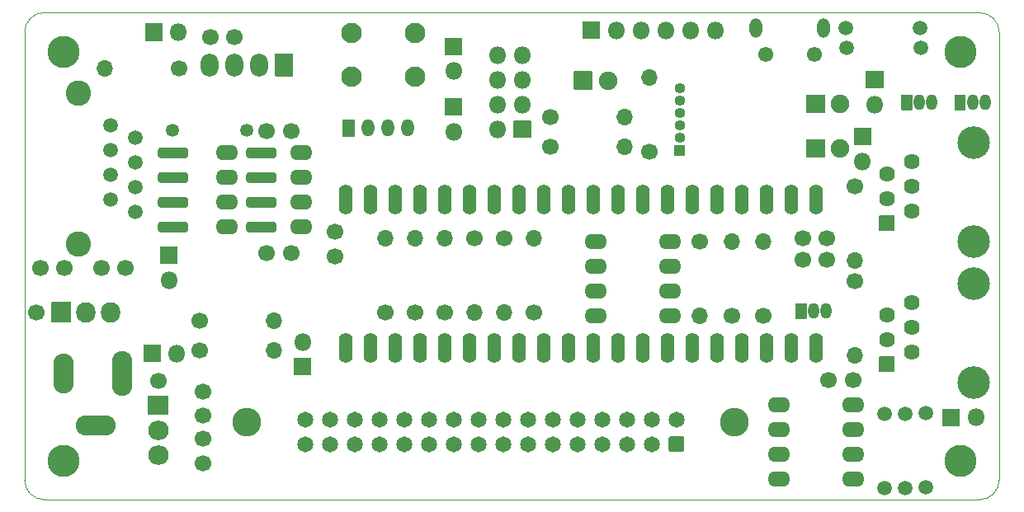
<source format=gts>
G04 #@! TF.GenerationSoftware,KiCad,Pcbnew,5.1.9-73d0e3b20d~88~ubuntu20.04.1*
G04 #@! TF.CreationDate,2021-01-08T19:35:26+01:00*
G04 #@! TF.ProjectId,c6021light,63363032-316c-4696-9768-742e6b696361,rev?*
G04 #@! TF.SameCoordinates,Original*
G04 #@! TF.FileFunction,Soldermask,Top*
G04 #@! TF.FilePolarity,Negative*
%FSLAX46Y46*%
G04 Gerber Fmt 4.6, Leading zero omitted, Abs format (unit mm)*
G04 Created by KiCad (PCBNEW 5.1.9-73d0e3b20d~88~ubuntu20.04.1) date 2021-01-08 19:35:26*
%MOMM*%
%LPD*%
G01*
G04 APERTURE LIST*
G04 #@! TA.AperFunction,Profile*
%ADD10C,0.050000*%
G04 #@! TD*
%ADD11C,2.950000*%
%ADD12C,1.650000*%
%ADD13O,1.800000X1.800000*%
%ADD14C,1.500000*%
%ADD15C,1.700000*%
%ADD16O,1.150000X1.600000*%
%ADD17O,1.300000X2.000000*%
%ADD18C,1.550000*%
%ADD19O,1.100000X1.100000*%
%ADD20O,1.700000X1.700000*%
%ADD21O,2.299640X1.601140*%
%ADD22C,2.599360*%
%ADD23C,1.499540*%
%ADD24O,1.400000X3.100000*%
%ADD25C,2.098980*%
%ADD26C,3.350000*%
%ADD27C,1.620000*%
%ADD28C,1.350000*%
%ADD29C,1.900000*%
%ADD30O,2.100000X2.005000*%
%ADD31O,2.005000X2.100000*%
%ADD32O,1.850000X2.350000*%
%ADD33O,1.298880X1.799260*%
%ADD34O,2.098980X4.600880*%
%ADD35O,2.098980X4.100500*%
%ADD36O,4.100500X2.098980*%
%ADD37C,3.300000*%
G04 APERTURE END LIST*
D10*
X102000000Y-100000000D02*
G75*
G02*
X100000000Y-98000000I0J2000000D01*
G01*
X100000000Y-52000000D02*
G75*
G02*
X102000000Y-50000000I2000000J0D01*
G01*
X200000000Y-98000000D02*
G75*
G02*
X198000000Y-100000000I-2000000J0D01*
G01*
X198000000Y-50000000D02*
G75*
G02*
X200000000Y-52000000I0J-2000000D01*
G01*
X100000000Y-52000000D02*
X100000000Y-98000000D01*
X198000000Y-50000000D02*
X102000000Y-50000000D01*
X200000000Y-98000000D02*
X200000000Y-52000000D01*
X102000000Y-100000000D02*
X198000000Y-100000000D01*
D11*
X122828000Y-92060000D03*
X172828000Y-92060000D03*
D12*
X128778000Y-91760000D03*
X131318000Y-91760000D03*
X133858000Y-91760000D03*
X136398000Y-91760000D03*
X138938000Y-91760000D03*
X141478000Y-91760000D03*
X144018000Y-91760000D03*
X146558000Y-91760000D03*
X149098000Y-91760000D03*
X151638000Y-91760000D03*
X154178000Y-91760000D03*
X156718000Y-91760000D03*
X159258000Y-91760000D03*
X161798000Y-91760000D03*
X164338000Y-91760000D03*
X166878000Y-91760000D03*
X128778000Y-94300000D03*
X131318000Y-94300000D03*
X133858000Y-94300000D03*
X136398000Y-94300000D03*
X138938000Y-94300000D03*
X141478000Y-94300000D03*
X144018000Y-94300000D03*
X146558000Y-94300000D03*
X149098000Y-94300000D03*
X151638000Y-94300000D03*
X154178000Y-94300000D03*
X156718000Y-94300000D03*
X159258000Y-94300000D03*
X161798000Y-94300000D03*
X164338000Y-94300000D03*
G36*
G01*
X167436874Y-95125000D02*
X166319126Y-95125000D01*
G75*
G02*
X166053000Y-94858874I0J266126D01*
G01*
X166053000Y-93741126D01*
G75*
G02*
X166319126Y-93475000I266126J0D01*
G01*
X167436874Y-93475000D01*
G75*
G02*
X167703000Y-93741126I0J-266126D01*
G01*
X167703000Y-94858874D01*
G75*
G02*
X167436874Y-95125000I-266126J0D01*
G01*
G37*
D13*
X187223400Y-59410600D03*
G36*
G01*
X186323400Y-57720600D02*
X186323400Y-56020600D01*
G75*
G02*
X186373400Y-55970600I50000J0D01*
G01*
X188073400Y-55970600D01*
G75*
G02*
X188123400Y-56020600I0J-50000D01*
G01*
X188123400Y-57720600D01*
G75*
G02*
X188073400Y-57770600I-50000J0D01*
G01*
X186373400Y-57770600D01*
G75*
G02*
X186323400Y-57720600I0J50000D01*
G01*
G37*
X185978800Y-65278000D03*
G36*
G01*
X185078800Y-63588000D02*
X185078800Y-61888000D01*
G75*
G02*
X185128800Y-61838000I50000J0D01*
G01*
X186828800Y-61838000D01*
G75*
G02*
X186878800Y-61888000I0J-50000D01*
G01*
X186878800Y-63588000D01*
G75*
G02*
X186828800Y-63638000I-50000J0D01*
G01*
X185128800Y-63638000D01*
G75*
G02*
X185078800Y-63588000I0J50000D01*
G01*
G37*
X197612000Y-91567000D03*
G36*
G01*
X195922000Y-92467000D02*
X194222000Y-92467000D01*
G75*
G02*
X194172000Y-92417000I0J50000D01*
G01*
X194172000Y-90717000D01*
G75*
G02*
X194222000Y-90667000I50000J0D01*
G01*
X195922000Y-90667000D01*
G75*
G02*
X195972000Y-90717000I0J-50000D01*
G01*
X195972000Y-92417000D01*
G75*
G02*
X195922000Y-92467000I-50000J0D01*
G01*
G37*
X114808000Y-77470000D03*
G36*
G01*
X113908000Y-75780000D02*
X113908000Y-74080000D01*
G75*
G02*
X113958000Y-74030000I50000J0D01*
G01*
X115658000Y-74030000D01*
G75*
G02*
X115708000Y-74080000I0J-50000D01*
G01*
X115708000Y-75780000D01*
G75*
G02*
X115658000Y-75830000I-50000J0D01*
G01*
X113958000Y-75830000D01*
G75*
G02*
X113908000Y-75780000I0J50000D01*
G01*
G37*
D14*
X190347600Y-98780600D03*
X190347600Y-91160600D03*
X188239400Y-98780600D03*
X188239400Y-91160600D03*
X192481200Y-98755200D03*
X192481200Y-91135200D03*
D15*
X121524400Y-52476400D03*
X119024400Y-52476400D03*
X127341000Y-62166500D03*
X124841000Y-62166500D03*
X131826000Y-75017000D03*
X131826000Y-72517000D03*
X127341000Y-74676000D03*
X124841000Y-74676000D03*
X118287800Y-93766000D03*
X118287800Y-96266000D03*
X118313200Y-91374600D03*
X118313200Y-88874600D03*
D13*
X115620800Y-84988400D03*
G36*
G01*
X113930800Y-85888400D02*
X112230800Y-85888400D01*
G75*
G02*
X112180800Y-85838400I0J50000D01*
G01*
X112180800Y-84138400D01*
G75*
G02*
X112230800Y-84088400I50000J0D01*
G01*
X113930800Y-84088400D01*
G75*
G02*
X113980800Y-84138400I0J-50000D01*
G01*
X113980800Y-85838400D01*
G75*
G02*
X113930800Y-85888400I-50000J0D01*
G01*
G37*
D14*
X184289700Y-51574700D03*
X191909700Y-51574700D03*
X184302400Y-53644800D03*
X191922400Y-53644800D03*
G36*
G01*
X189950400Y-59957400D02*
X189950400Y-58457400D01*
G75*
G02*
X190000400Y-58407400I50000J0D01*
G01*
X191050400Y-58407400D01*
G75*
G02*
X191100400Y-58457400I0J-50000D01*
G01*
X191100400Y-59957400D01*
G75*
G02*
X191050400Y-60007400I-50000J0D01*
G01*
X190000400Y-60007400D01*
G75*
G02*
X189950400Y-59957400I0J50000D01*
G01*
G37*
D16*
X193065400Y-59207400D03*
X191795400Y-59207400D03*
G36*
G01*
X195424100Y-59957400D02*
X195424100Y-58457400D01*
G75*
G02*
X195474100Y-58407400I50000J0D01*
G01*
X196524100Y-58407400D01*
G75*
G02*
X196574100Y-58457400I0J-50000D01*
G01*
X196574100Y-59957400D01*
G75*
G02*
X196524100Y-60007400I-50000J0D01*
G01*
X195474100Y-60007400D01*
G75*
G02*
X195424100Y-59957400I0J50000D01*
G01*
G37*
X198539100Y-59207400D03*
X197269100Y-59207400D03*
D17*
X182011200Y-51594500D03*
X175011200Y-51594500D03*
D18*
X181011200Y-54294500D03*
X176011200Y-54294500D03*
D19*
X167208200Y-57785000D03*
X167208200Y-59055000D03*
X167208200Y-60325000D03*
X167208200Y-61595000D03*
X167208200Y-62865000D03*
G36*
G01*
X167758200Y-63635000D02*
X167758200Y-64635000D01*
G75*
G02*
X167708200Y-64685000I-50000J0D01*
G01*
X166708200Y-64685000D01*
G75*
G02*
X166658200Y-64635000I0J50000D01*
G01*
X166658200Y-63635000D01*
G75*
G02*
X166708200Y-63585000I50000J0D01*
G01*
X167708200Y-63585000D01*
G75*
G02*
X167758200Y-63635000I0J-50000D01*
G01*
G37*
D20*
X125603000Y-81661000D03*
D15*
X117983000Y-81661000D03*
D20*
X125603000Y-84709000D03*
D15*
X117983000Y-84709000D03*
D20*
X164134800Y-56616600D03*
D15*
X164134800Y-64236600D03*
D20*
X161544000Y-60756800D03*
D15*
X153924000Y-60756800D03*
D20*
X161544000Y-63779400D03*
D15*
X153924000Y-63779400D03*
D20*
X185191400Y-85191600D03*
D15*
X185191400Y-77571600D03*
D20*
X143129000Y-73152000D03*
D15*
X143129000Y-80772000D03*
D20*
X137033000Y-73152000D03*
D15*
X137033000Y-80772000D03*
D20*
X140081000Y-73152000D03*
D15*
X140081000Y-80772000D03*
D20*
X172593000Y-73533000D03*
D15*
X172593000Y-81153000D03*
D20*
X149225000Y-80772000D03*
D15*
X149225000Y-73152000D03*
D20*
X169291000Y-81153000D03*
D15*
X169291000Y-73533000D03*
D20*
X146177000Y-80772000D03*
D15*
X146177000Y-73152000D03*
D20*
X152273000Y-73152000D03*
D15*
X152273000Y-80772000D03*
D20*
X175768000Y-73533000D03*
D15*
X175768000Y-81153000D03*
D20*
X108204000Y-55753000D03*
D15*
X115824000Y-55753000D03*
D20*
X185191400Y-75438000D03*
D15*
X185191400Y-67818000D03*
D21*
X185039000Y-90297000D03*
X185039000Y-92837000D03*
X185039000Y-95377000D03*
X185039000Y-97917000D03*
X177419000Y-97917000D03*
X177419000Y-95377000D03*
X177419000Y-92837000D03*
X177419000Y-90297000D03*
D15*
X182513600Y-87757000D03*
X185013600Y-87757000D03*
X182332000Y-75387200D03*
X179832000Y-75387200D03*
X179821200Y-73202800D03*
X182321200Y-73202800D03*
D22*
X105537000Y-73787000D03*
X105537000Y-58293000D03*
D23*
X111379000Y-70485000D03*
X108839000Y-69215000D03*
X111379000Y-67945000D03*
X108839000Y-66675000D03*
X111379000Y-65405000D03*
X111379000Y-62865000D03*
X108839000Y-61595000D03*
X108839000Y-64135000D03*
D15*
X107863000Y-76200000D03*
X110363000Y-76200000D03*
X101600000Y-76200000D03*
X104100000Y-76200000D03*
D24*
X132969000Y-69207380D03*
X132969000Y-84455000D03*
X135509000Y-69207380D03*
X135509000Y-84455000D03*
X138049000Y-69215000D03*
X138049000Y-84447380D03*
X140589000Y-69215000D03*
X140589000Y-84455000D03*
X143129000Y-69215000D03*
X143129000Y-84455000D03*
X145669000Y-69215000D03*
X145669000Y-84455000D03*
X148209000Y-69215000D03*
X148209000Y-84455000D03*
X150749000Y-69215000D03*
X150749000Y-84455000D03*
X153289000Y-69207380D03*
X153289000Y-84455000D03*
X155829000Y-69215000D03*
X155829000Y-84455000D03*
X158369000Y-69215000D03*
X158369000Y-84455000D03*
X160909000Y-69215000D03*
X160909000Y-84455000D03*
X163449000Y-69215000D03*
X163449000Y-84447380D03*
X165989000Y-69215000D03*
X165989000Y-84455000D03*
X168529000Y-69215000D03*
X168529000Y-84455000D03*
X171069000Y-69215000D03*
X171069000Y-84455000D03*
X173609000Y-69215000D03*
X173609000Y-84455000D03*
X176149000Y-69207380D03*
X176149000Y-84455000D03*
X178689000Y-69215000D03*
X178689000Y-84455000D03*
X181229000Y-69215000D03*
X181229000Y-84455000D03*
D13*
X128524000Y-83820000D03*
G36*
G01*
X129424000Y-85510000D02*
X129424000Y-87210000D01*
G75*
G02*
X129374000Y-87260000I-50000J0D01*
G01*
X127674000Y-87260000D01*
G75*
G02*
X127624000Y-87210000I0J50000D01*
G01*
X127624000Y-85510000D01*
G75*
G02*
X127674000Y-85460000I50000J0D01*
G01*
X129374000Y-85460000D01*
G75*
G02*
X129424000Y-85510000I0J-50000D01*
G01*
G37*
D25*
X140030200Y-56606440D03*
X133527800Y-52105560D03*
X140030200Y-52105560D03*
X133527800Y-56606440D03*
D13*
X148526500Y-54356000D03*
X151066500Y-54356000D03*
X148526500Y-56896000D03*
X151066500Y-56896000D03*
X148526500Y-59436000D03*
X151066500Y-59436000D03*
X148526500Y-61976000D03*
G36*
G01*
X151966500Y-61126000D02*
X151966500Y-62826000D01*
G75*
G02*
X151916500Y-62876000I-50000J0D01*
G01*
X150216500Y-62876000D01*
G75*
G02*
X150166500Y-62826000I0J50000D01*
G01*
X150166500Y-61126000D01*
G75*
G02*
X150216500Y-61076000I50000J0D01*
G01*
X151916500Y-61076000D01*
G75*
G02*
X151966500Y-61126000I0J-50000D01*
G01*
G37*
D15*
X113690400Y-87782400D03*
X101219000Y-80772000D03*
D13*
X170865800Y-51790600D03*
X168325800Y-51790600D03*
X165785800Y-51790600D03*
X163245800Y-51790600D03*
X160705800Y-51790600D03*
G36*
G01*
X159015800Y-52690600D02*
X157315800Y-52690600D01*
G75*
G02*
X157265800Y-52640600I0J50000D01*
G01*
X157265800Y-50940600D01*
G75*
G02*
X157315800Y-50890600I50000J0D01*
G01*
X159015800Y-50890600D01*
G75*
G02*
X159065800Y-50940600I0J-50000D01*
G01*
X159065800Y-52640600D01*
G75*
G02*
X159015800Y-52690600I-50000J0D01*
G01*
G37*
G36*
G01*
X116786000Y-71734000D02*
X116786000Y-72284000D01*
G75*
G02*
X116511000Y-72559000I-275000J0D01*
G01*
X113961000Y-72559000D01*
G75*
G02*
X113686000Y-72284000I0J275000D01*
G01*
X113686000Y-71734000D01*
G75*
G02*
X113961000Y-71459000I275000J0D01*
G01*
X116511000Y-71459000D01*
G75*
G02*
X116786000Y-71734000I0J-275000D01*
G01*
G37*
G36*
G01*
X116786000Y-69194000D02*
X116786000Y-69744000D01*
G75*
G02*
X116511000Y-70019000I-275000J0D01*
G01*
X113961000Y-70019000D01*
G75*
G02*
X113686000Y-69744000I0J275000D01*
G01*
X113686000Y-69194000D01*
G75*
G02*
X113961000Y-68919000I275000J0D01*
G01*
X116511000Y-68919000D01*
G75*
G02*
X116786000Y-69194000I0J-275000D01*
G01*
G37*
G36*
G01*
X116786000Y-66654000D02*
X116786000Y-67204000D01*
G75*
G02*
X116511000Y-67479000I-275000J0D01*
G01*
X113961000Y-67479000D01*
G75*
G02*
X113686000Y-67204000I0J275000D01*
G01*
X113686000Y-66654000D01*
G75*
G02*
X113961000Y-66379000I275000J0D01*
G01*
X116511000Y-66379000D01*
G75*
G02*
X116786000Y-66654000I0J-275000D01*
G01*
G37*
G36*
G01*
X116786000Y-64114000D02*
X116786000Y-64664000D01*
G75*
G02*
X116511000Y-64939000I-275000J0D01*
G01*
X113961000Y-64939000D01*
G75*
G02*
X113686000Y-64664000I0J275000D01*
G01*
X113686000Y-64114000D01*
G75*
G02*
X113961000Y-63839000I275000J0D01*
G01*
X116511000Y-63839000D01*
G75*
G02*
X116786000Y-64114000I0J-275000D01*
G01*
G37*
G36*
G01*
X125836000Y-64114000D02*
X125836000Y-64664000D01*
G75*
G02*
X125561000Y-64939000I-275000J0D01*
G01*
X123011000Y-64939000D01*
G75*
G02*
X122736000Y-64664000I0J275000D01*
G01*
X122736000Y-64114000D01*
G75*
G02*
X123011000Y-63839000I275000J0D01*
G01*
X125561000Y-63839000D01*
G75*
G02*
X125836000Y-64114000I0J-275000D01*
G01*
G37*
G36*
G01*
X125836000Y-66654000D02*
X125836000Y-67204000D01*
G75*
G02*
X125561000Y-67479000I-275000J0D01*
G01*
X123011000Y-67479000D01*
G75*
G02*
X122736000Y-67204000I0J275000D01*
G01*
X122736000Y-66654000D01*
G75*
G02*
X123011000Y-66379000I275000J0D01*
G01*
X125561000Y-66379000D01*
G75*
G02*
X125836000Y-66654000I0J-275000D01*
G01*
G37*
G36*
G01*
X125836000Y-69194000D02*
X125836000Y-69744000D01*
G75*
G02*
X125561000Y-70019000I-275000J0D01*
G01*
X123011000Y-70019000D01*
G75*
G02*
X122736000Y-69744000I0J275000D01*
G01*
X122736000Y-69194000D01*
G75*
G02*
X123011000Y-68919000I275000J0D01*
G01*
X125561000Y-68919000D01*
G75*
G02*
X125836000Y-69194000I0J-275000D01*
G01*
G37*
G36*
G01*
X125836000Y-71734000D02*
X125836000Y-72284000D01*
G75*
G02*
X125561000Y-72559000I-275000J0D01*
G01*
X123011000Y-72559000D01*
G75*
G02*
X122736000Y-72284000I0J275000D01*
G01*
X122736000Y-71734000D01*
G75*
G02*
X123011000Y-71459000I275000J0D01*
G01*
X125561000Y-71459000D01*
G75*
G02*
X125836000Y-71734000I0J-275000D01*
G01*
G37*
G36*
G01*
X189228000Y-72438000D02*
X187708000Y-72438000D01*
G75*
G02*
X187658000Y-72388000I0J50000D01*
G01*
X187658000Y-70868000D01*
G75*
G02*
X187708000Y-70818000I50000J0D01*
G01*
X189228000Y-70818000D01*
G75*
G02*
X189278000Y-70868000I0J-50000D01*
G01*
X189278000Y-72388000D01*
G75*
G02*
X189228000Y-72438000I-50000J0D01*
G01*
G37*
D26*
X197358000Y-73538000D03*
D27*
X191008000Y-70358000D03*
X188468000Y-69088000D03*
X191008000Y-67818000D03*
X188468000Y-66548000D03*
X191008000Y-65278000D03*
D26*
X197358000Y-63378000D03*
D28*
X122810000Y-62103000D03*
X115190000Y-62103000D03*
D13*
X144018000Y-56007000D03*
G36*
G01*
X143118000Y-54317000D02*
X143118000Y-52617000D01*
G75*
G02*
X143168000Y-52567000I50000J0D01*
G01*
X144868000Y-52567000D01*
G75*
G02*
X144918000Y-52617000I0J-50000D01*
G01*
X144918000Y-54317000D01*
G75*
G02*
X144868000Y-54367000I-50000J0D01*
G01*
X143168000Y-54367000D01*
G75*
G02*
X143118000Y-54317000I0J50000D01*
G01*
G37*
X144018000Y-62230000D03*
G36*
G01*
X143118000Y-60540000D02*
X143118000Y-58840000D01*
G75*
G02*
X143168000Y-58790000I50000J0D01*
G01*
X144868000Y-58790000D01*
G75*
G02*
X144918000Y-58840000I0J-50000D01*
G01*
X144918000Y-60540000D01*
G75*
G02*
X144868000Y-60590000I-50000J0D01*
G01*
X143168000Y-60590000D01*
G75*
G02*
X143118000Y-60540000I0J50000D01*
G01*
G37*
D29*
X183705500Y-59385200D03*
G36*
G01*
X180215500Y-60285200D02*
X180215500Y-58485200D01*
G75*
G02*
X180265500Y-58435200I50000J0D01*
G01*
X182065500Y-58435200D01*
G75*
G02*
X182115500Y-58485200I0J-50000D01*
G01*
X182115500Y-60285200D01*
G75*
G02*
X182065500Y-60335200I-50000J0D01*
G01*
X180265500Y-60335200D01*
G75*
G02*
X180215500Y-60285200I0J50000D01*
G01*
G37*
X183705500Y-63931800D03*
G36*
G01*
X180215500Y-64831800D02*
X180215500Y-63031800D01*
G75*
G02*
X180265500Y-62981800I50000J0D01*
G01*
X182065500Y-62981800D01*
G75*
G02*
X182115500Y-63031800I0J-50000D01*
G01*
X182115500Y-64831800D01*
G75*
G02*
X182065500Y-64881800I-50000J0D01*
G01*
X180265500Y-64881800D01*
G75*
G02*
X180215500Y-64831800I0J50000D01*
G01*
G37*
X159842200Y-56972200D03*
G36*
G01*
X156352200Y-57872200D02*
X156352200Y-56072200D01*
G75*
G02*
X156402200Y-56022200I50000J0D01*
G01*
X158202200Y-56022200D01*
G75*
G02*
X158252200Y-56072200I0J-50000D01*
G01*
X158252200Y-57872200D01*
G75*
G02*
X158202200Y-57922200I-50000J0D01*
G01*
X156402200Y-57922200D01*
G75*
G02*
X156352200Y-57872200I0J50000D01*
G01*
G37*
D21*
X166243000Y-73533000D03*
X166243000Y-76073000D03*
X166243000Y-78613000D03*
X166243000Y-81153000D03*
X158623000Y-81153000D03*
X158623000Y-78613000D03*
X158623000Y-76073000D03*
X158623000Y-73533000D03*
X120777000Y-72009000D03*
X120777000Y-69469000D03*
X120777000Y-66929000D03*
X120777000Y-64389000D03*
X128397000Y-64389000D03*
X128397000Y-66929000D03*
X128397000Y-69469000D03*
X128397000Y-72009000D03*
D30*
X113690400Y-95402400D03*
X113690400Y-92862400D03*
G36*
G01*
X112690400Y-89319900D02*
X114690400Y-89319900D01*
G75*
G02*
X114740400Y-89369900I0J-50000D01*
G01*
X114740400Y-91274900D01*
G75*
G02*
X114690400Y-91324900I-50000J0D01*
G01*
X112690400Y-91324900D01*
G75*
G02*
X112640400Y-91274900I0J50000D01*
G01*
X112640400Y-89369900D01*
G75*
G02*
X112690400Y-89319900I50000J0D01*
G01*
G37*
D31*
X108839000Y-80772000D03*
X106299000Y-80772000D03*
G36*
G01*
X102756500Y-81772000D02*
X102756500Y-79772000D01*
G75*
G02*
X102806500Y-79722000I50000J0D01*
G01*
X104711500Y-79722000D01*
G75*
G02*
X104761500Y-79772000I0J-50000D01*
G01*
X104761500Y-81772000D01*
G75*
G02*
X104711500Y-81822000I-50000J0D01*
G01*
X102806500Y-81822000D01*
G75*
G02*
X102756500Y-81772000I0J50000D01*
G01*
G37*
G36*
G01*
X179104600Y-81395000D02*
X179104600Y-79895000D01*
G75*
G02*
X179154600Y-79845000I50000J0D01*
G01*
X180204600Y-79845000D01*
G75*
G02*
X180254600Y-79895000I0J-50000D01*
G01*
X180254600Y-81395000D01*
G75*
G02*
X180204600Y-81445000I-50000J0D01*
G01*
X179154600Y-81445000D01*
G75*
G02*
X179104600Y-81395000I0J50000D01*
G01*
G37*
D16*
X182219600Y-80645000D03*
X180949600Y-80645000D03*
G36*
G01*
X127544000Y-54247000D02*
X127544000Y-56497000D01*
G75*
G02*
X127494000Y-56547000I-50000J0D01*
G01*
X125744000Y-56547000D01*
G75*
G02*
X125694000Y-56497000I0J50000D01*
G01*
X125694000Y-54247000D01*
G75*
G02*
X125744000Y-54197000I50000J0D01*
G01*
X127494000Y-54197000D01*
G75*
G02*
X127544000Y-54247000I0J-50000D01*
G01*
G37*
D32*
X124079000Y-55372000D03*
X121539000Y-55372000D03*
X118999000Y-55372000D03*
G36*
G01*
X189228000Y-86916000D02*
X187708000Y-86916000D01*
G75*
G02*
X187658000Y-86866000I0J50000D01*
G01*
X187658000Y-85346000D01*
G75*
G02*
X187708000Y-85296000I50000J0D01*
G01*
X189228000Y-85296000D01*
G75*
G02*
X189278000Y-85346000I0J-50000D01*
G01*
X189278000Y-86866000D01*
G75*
G02*
X189228000Y-86916000I-50000J0D01*
G01*
G37*
D26*
X197358000Y-88016000D03*
D27*
X191008000Y-84836000D03*
X188468000Y-83566000D03*
X191008000Y-82296000D03*
X188468000Y-81026000D03*
X191008000Y-79756000D03*
D26*
X197358000Y-77856000D03*
D13*
X115798600Y-51993800D03*
G36*
G01*
X114108600Y-52893800D02*
X112408600Y-52893800D01*
G75*
G02*
X112358600Y-52843800I0J50000D01*
G01*
X112358600Y-51143800D01*
G75*
G02*
X112408600Y-51093800I50000J0D01*
G01*
X114108600Y-51093800D01*
G75*
G02*
X114158600Y-51143800I0J-50000D01*
G01*
X114158600Y-52843800D01*
G75*
G02*
X114108600Y-52893800I-50000J0D01*
G01*
G37*
D33*
X139270740Y-61849000D03*
X135270240Y-61849000D03*
X137271760Y-61849000D03*
G36*
G01*
X132619280Y-62698630D02*
X132619280Y-60999370D01*
G75*
G02*
X132669280Y-60949370I50000J0D01*
G01*
X133868160Y-60949370D01*
G75*
G02*
X133918160Y-60999370I0J-50000D01*
G01*
X133918160Y-62698630D01*
G75*
G02*
X133868160Y-62748630I-50000J0D01*
G01*
X132669280Y-62748630D01*
G75*
G02*
X132619280Y-62698630I0J50000D01*
G01*
G37*
D34*
X110035340Y-87045800D03*
D35*
X104033320Y-87045800D03*
D36*
X107284520Y-92346780D03*
D37*
X196000000Y-96000000D03*
X196000000Y-54000000D03*
X104000000Y-54000000D03*
X104000000Y-96000000D03*
M02*

</source>
